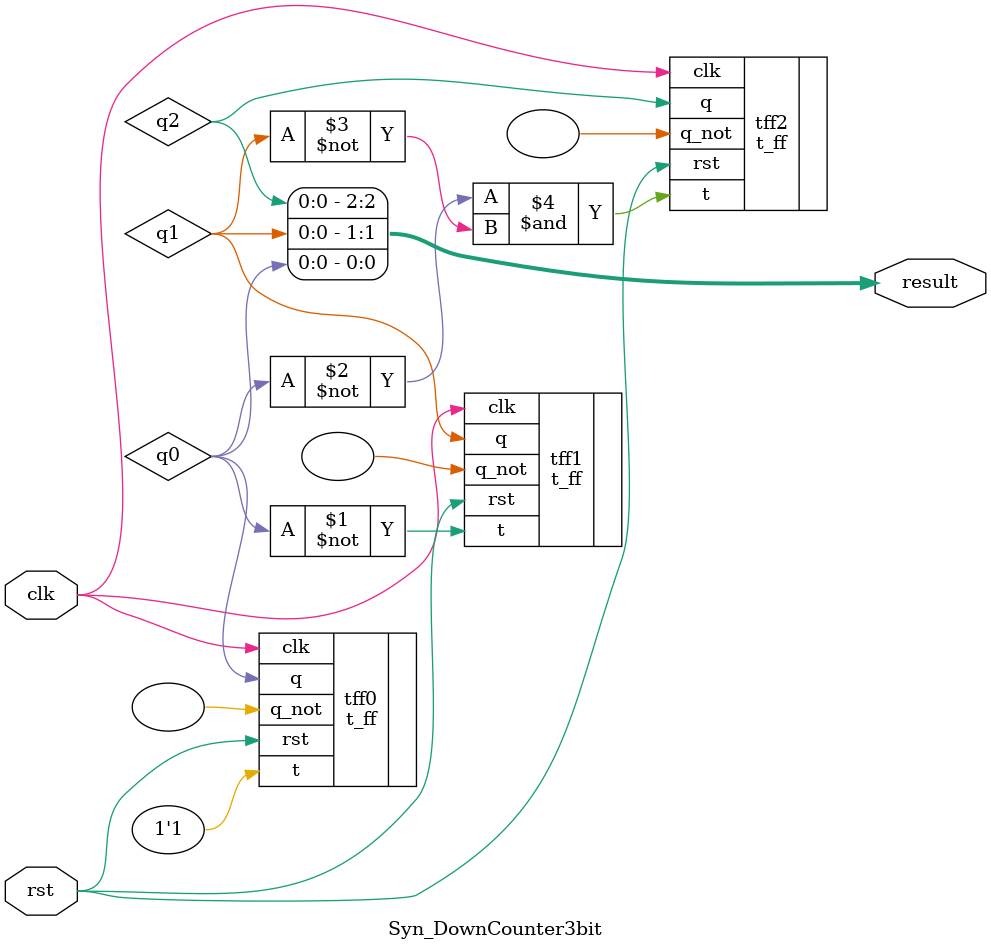
<source format=sv>
`timescale 1ns / 1ps
module Syn_DownCounter3bit(
       input clk,
       input rst,
       output [2:0] result
       
    );
    reg q0,q1,q2;
    
    t_ff tff0 (.t(1'b1),.clk(clk),.rst(rst),.q(q0),.q_not());
    t_ff tff1 (.t(~q0),.clk(clk),.rst(rst),.q(q1),.q_not());
    t_ff tff2 (.t(~q0 & ~q1),.clk(clk),.rst(rst),.q(q2),.q_not());
    
    assign result={q2,q1,q0};
    
endmodule

</source>
